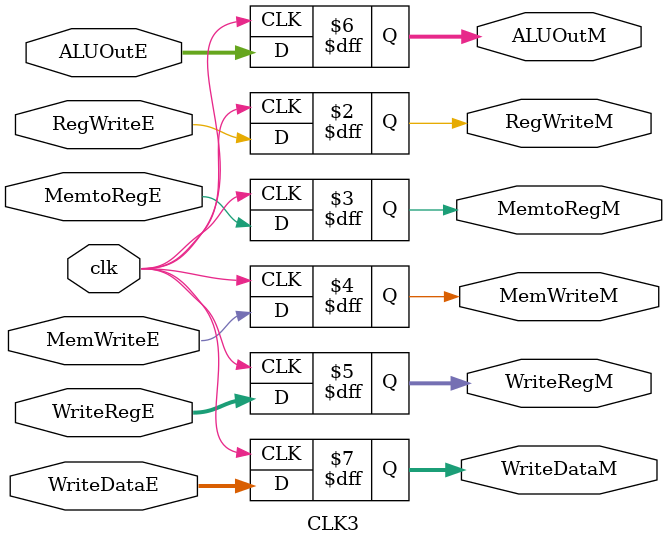
<source format=v>
module CLK3(clk,RegWriteE,MemtoRegE,MemWriteE,ALUOutE,WriteDataE,WriteRegE,RegWriteM,MemtoRegM,MemWriteM,ALUOutM,WriteDataM,WriteRegM);

input clk,RegWriteE,MemtoRegE,MemWriteE;
input [4:0] WriteRegE;
input [31:0] ALUOutE,WriteDataE;

output reg RegWriteM,MemtoRegM,MemWriteM;
output reg [4:0] WriteRegM;
output reg [31:0] ALUOutM,WriteDataM;

always @ (posedge clk)
begin
	RegWriteM <= RegWriteE;
	MemtoRegM <= MemtoRegE;
	MemWriteM <= MemWriteE;
	WriteRegM <= WriteRegE;
	ALUOutM <= ALUOutE;
	WriteDataM <= WriteDataE;
end

endmodule

</source>
